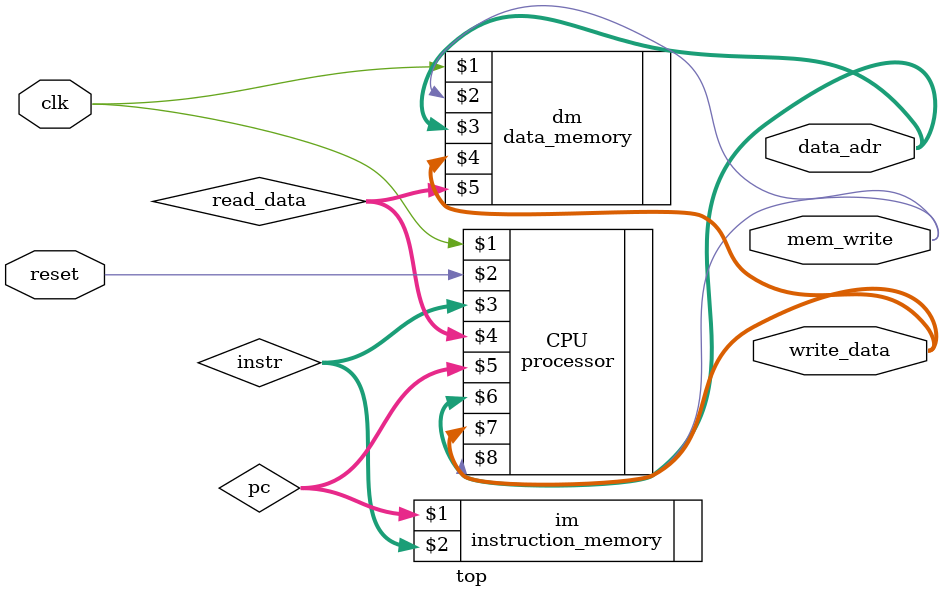
<source format=sv>
module top(input logic clk, reset,
			  output logic mem_write,
			  output logic [31:0] write_data, data_adr);
			  
  logic [31:0] pc, instr, read_data;
  
  processor CPU(clk, reset, instr, read_data, pc, data_adr, write_data, mem_write);
  instruction_memory im(pc, instr);
  data_memory dm(clk, mem_write, data_adr, write_data, read_data);
  
endmodule 
</source>
